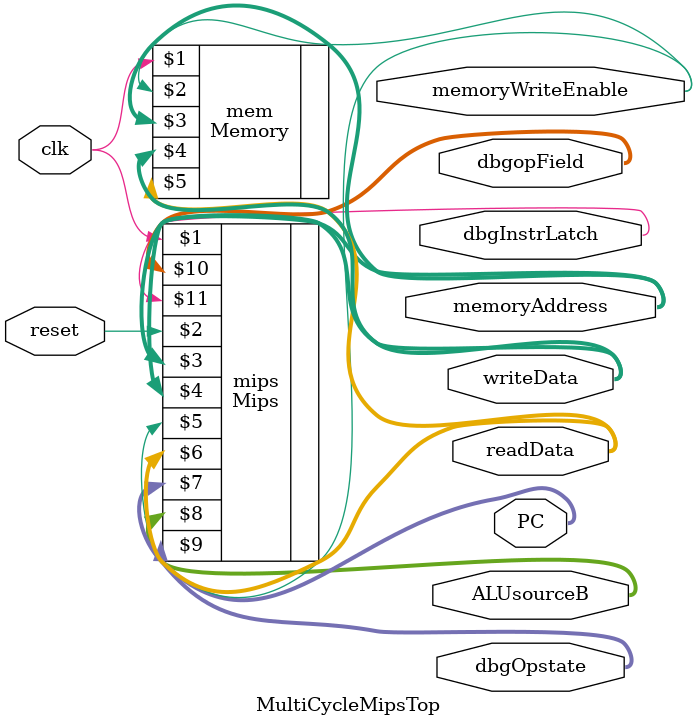
<source format=sv>
/**
 * マルチサイクル版MIPSマシン
 */
module MultiCycleMipsTop
  (input logic clk, reset,	// clock,reset
   output logic [31:0] writeData, memoryAddress, // メモリ書き込み値、メモリアドレス
   output logic        memoryWriteEnable,output 	logic [31:0]	PC,
	output logic [31:0] readData,output logic [1:0] ALUsourceB,
	output logic [3:0] dbgOpstate,output logic [5:0] dbgopField,
   output logic dbgInstrLatch);	// メモリ読み込み); // メモリ書き込みイネーブル

   
   // プロセッサとメモリをインスタンス化
   Mips mips(clk, reset, memoryAddress, writeData, memoryWriteEnable,
				 readData,PC,ALUsourceB,dbgOpstate,dbgopField,dbgInstrLatch);
   Memory mem(clk, memoryWriteEnable, memoryAddress, writeData, readData);

endmodule // MipsMCTop
</source>
